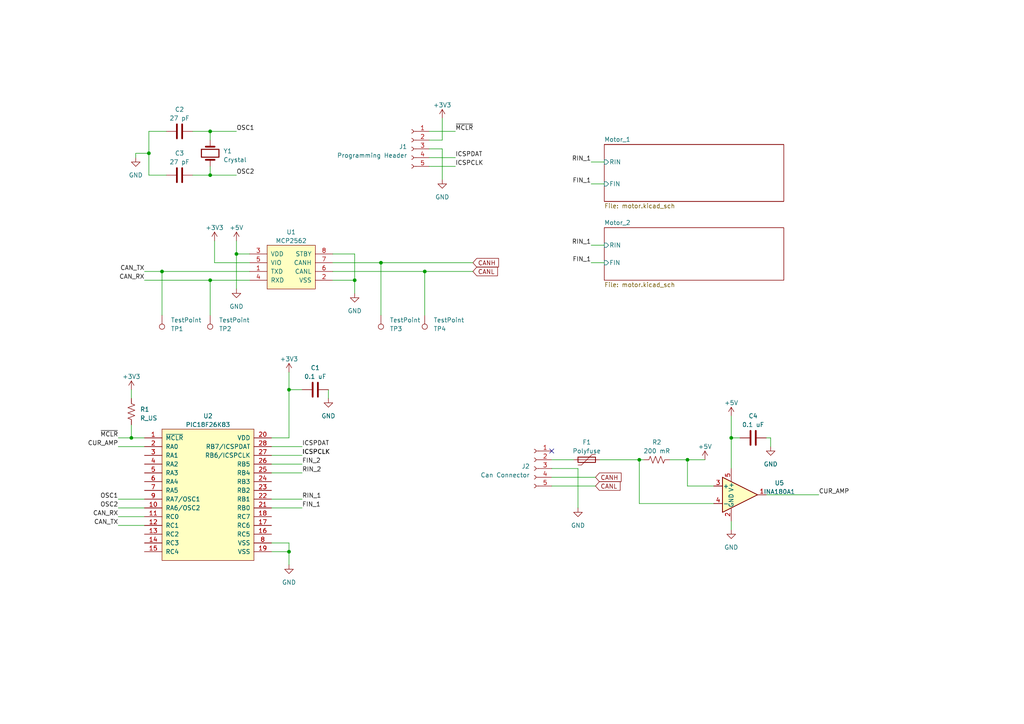
<source format=kicad_sch>
(kicad_sch (version 20230121) (generator eeschema)
  (paper "A4")
  (title_block (title "T.V.C.A. Controller") (date "2024-05-11") (rev "0.0.1") (company "Waterloo Rocketry"))
  (lib_symbols
    (symbol "Amplifier_Current:INA180A1" (pin_names (offset 0.127))
      (property "Reference" "U" (at 3.81 3.81 0))
      (property "Value" "INA180A1" (at 3.81 -2.54 0))
      (symbol "INA180A1_0_1"
        (polyline (pts (xy 5.08 0) (xy -5.08 5.08) (xy -5.08 -5.08) (xy 5.08 0)) (stroke (width 0.254)) (fill (type background)))
      )
      (symbol "INA180A1_1_1"
        (pin output line (at 7.62 0 180) (length 2.54) (name "~") (number "1"))
        (pin power_in line (at -2.54 -7.62 90) (length 3.81) (name "GND") (number "2"))
        (pin input line (at -7.62 2.54 0) (length 2.54) (name "+") (number "3"))
        (pin input line (at -7.62 -2.54 0) (length 2.54) (name "-") (number "4"))
        (pin power_in line (at -2.54 7.62 270) (length 3.81) (name "V+") (number "5"))
      )
    )
    (symbol "Connector:Conn_01x05_Socket" (pin_names (offset 1.016) hide)
      (property "Reference" "J" (at 0 7.62 0))
      (property "Value" "Conn_01x05_Socket" (at 0 -7.62 0))
      (symbol "Conn_01x05_Socket_1_1"
        (arc (start 0 -4.572) (mid -0.5058 -5.08) (end 0 -5.588) (stroke (width 0.1524)))
        (arc (start 0 -2.032) (mid -0.5058 -2.54) (end 0 -3.048) (stroke (width 0.1524)))
        (polyline (pts (xy -1.27 -5.08) (xy -0.508 -5.08)) (stroke (width 0.1524)))
        (polyline (pts (xy -1.27 -2.54) (xy -0.508 -2.54)) (stroke (width 0.1524)))
        (polyline (pts (xy -1.27 0) (xy -0.508 0)) (stroke (width 0.1524)))
        (polyline (pts (xy -1.27 2.54) (xy -0.508 2.54)) (stroke (width 0.1524)))
        (polyline (pts (xy -1.27 5.08) (xy -0.508 5.08)) (stroke (width 0.1524)))
        (arc (start 0 0.508) (mid -0.5058 0) (end 0 -0.508) (stroke (width 0.1524)))
        (arc (start 0 3.048) (mid -0.5058 2.54) (end 0 2.032) (stroke (width 0.1524)))
        (arc (start 0 5.588) (mid -0.5058 5.08) (end 0 4.572) (stroke (width 0.1524)))
        (pin passive line (at -5.08 5.08 0) (length 3.81) (name "Pin_1") (number "1"))
        (pin passive line (at -5.08 2.54 0) (length 3.81) (name "Pin_2") (number "2"))
        (pin passive line (at -5.08 0 0) (length 3.81) (name "Pin_3") (number "3"))
        (pin passive line (at -5.08 -2.54 0) (length 3.81) (name "Pin_4") (number "4"))
        (pin passive line (at -5.08 -5.08 0) (length 3.81) (name "Pin_5") (number "5"))
      )
    )
    (symbol "Connector:TestPoint" (pin_numbers hide) (pin_names (offset 0.762) hide)
      (property "Reference" "TP" (at 0 6.858 0))
      (property "Value" "TestPoint" (at 0 5.08 0))
      (symbol "TestPoint_0_1"
        (circle (center 0 3.302) (radius 0.762))
      )
      (symbol "TestPoint_1_1"
        (pin passive line (at 0 0 90) (length 2.54) (name "1") (number "1"))
      )
    )
    (symbol "Device:C" (pin_numbers hide) (pin_names (offset 0.254))
      (property "Reference" "C" (at 0.635 2.54 0))
      (property "Value" "C" (at 0.635 -2.54 0))
      (symbol "C_0_1"
        (polyline (pts (xy -2.032 -0.762) (xy 2.032 -0.762)) (stroke (width 0.508)))
        (polyline (pts (xy -2.032 0.762) (xy 2.032 0.762)) (stroke (width 0.508)))
      )
      (symbol "C_1_1"
        (pin passive line (at 0 3.81 270) (length 2.794) (name "~") (number "1"))
        (pin passive line (at 0 -3.81 90) (length 2.794) (name "~") (number "2"))
      )
    )
    (symbol "Device:Crystal" (pin_numbers hide) (pin_names (offset 1.016) hide)
      (property "Reference" "Y" (at 0 3.81 0))
      (property "Value" "Crystal" (at 0 -3.81 0))
      (symbol "Crystal_0_1"
        (rectangle (start -1.143 2.54) (end 1.143 -2.54) (stroke (width 0.3048)))
        (polyline (pts (xy -2.54 0) (xy -1.905 0)))
        (polyline (pts (xy -1.905 -1.27) (xy -1.905 1.27)) (stroke (width 0.508)))
        (polyline (pts (xy 1.905 -1.27) (xy 1.905 1.27)) (stroke (width 0.508)))
        (polyline (pts (xy 2.54 0) (xy 1.905 0)))
      )
      (symbol "Crystal_1_1"
        (pin passive line (at -3.81 0 0) (length 1.27) (name "1") (number "1"))
        (pin passive line (at 3.81 0 180) (length 1.27) (name "2") (number "2"))
      )
    )
    (symbol "Device:Polyfuse" (pin_numbers hide) (pin_names (offset 0))
      (property "Reference" "F" (at -2.54 0 90))
      (property "Value" "Polyfuse" (at 2.54 0 90))
      (symbol "Polyfuse_0_1"
        (rectangle (start -0.762 2.54) (end 0.762 -2.54) (stroke (width 0.254)))
        (polyline (pts (xy 0 2.54) (xy 0 -2.54)))
        (polyline (pts (xy -1.524 2.54) (xy -1.524 1.524) (xy 1.524 -1.524) (xy 1.524 -2.54)))
      )
      (symbol "Polyfuse_1_1"
        (pin passive line (at 0 3.81 270) (length 1.27) (name "~") (number "1"))
        (pin passive line (at 0 -3.81 90) (length 1.27) (name "~") (number "2"))
      )
    )
    (symbol "Device:R_US" (pin_numbers hide) (pin_names (offset 0))
      (property "Reference" "R" (at 2.54 0 90))
      (property "Value" "R_US" (at -2.54 0 90))
      (symbol "R_US_0_1"
        (polyline (pts (xy 0 -2.286) (xy 0 -2.54)))
        (polyline (pts (xy 0 2.286) (xy 0 2.54)))
        (polyline (pts (xy 0 -0.762) (xy 1.016 -1.143) (xy 0 -1.524) (xy -1.016 -1.905) (xy 0 -2.286)))
        (polyline (pts (xy 0 0.762) (xy 1.016 0.381) (xy 0 0) (xy -1.016 -0.381) (xy 0 -0.762)))
        (polyline (pts (xy 0 2.286) (xy 1.016 1.905) (xy 0 1.524) (xy -1.016 1.143) (xy 0 0.762)))
      )
      (symbol "R_US_1_1"
        (pin passive line (at 0 3.81 270) (length 1.27) (name "~") (number "1"))
        (pin passive line (at 0 -3.81 90) (length 1.27) (name "~") (number "2"))
      )
    )
    (symbol "canhw:MCP2562" (pin_names (offset 1.016))
      (property "Reference" "U" (at 5.08 3.81 0))
      (property "Value" "MCP2562" (at -3.81 3.81 0))
      (symbol "MCP2562_0_1"
        (rectangle (start -7.62 2.54) (end 6.35 -10.16) (fill (type background)))
      )
      (symbol "MCP2562_1_1"
        (pin bidirectional line (at -12.7 -5.08 0) (length 5.08) (name "TXD") (number "1"))
        (pin power_in line (at 11.43 -7.62 180) (length 5.08) (name "VSS") (number "2"))
        (pin power_in line (at -12.7 0 0) (length 5.08) (name "VDD") (number "3"))
        (pin bidirectional line (at -12.7 -7.62 0) (length 5.08) (name "RXD") (number "4"))
        (pin bidirectional line (at -12.7 -2.54 0) (length 5.08) (name "VIO") (number "5"))
        (pin bidirectional line (at 11.43 -5.08 180) (length 5.08) (name "CANL") (number "6"))
        (pin bidirectional line (at 11.43 -2.54 180) (length 5.08) (name "CANH") (number "7"))
        (pin bidirectional line (at 11.43 0 180) (length 5.08) (name "STBY") (number "8"))
      )
    )
    (symbol "canhw:PIC18F26K83" (pin_names (offset 1.016))
      (property "Reference" "U" (at 11.43 20.32 0))
      (property "Value" "PIC18F26K83" (at -7.62 20.32 0))
      (symbol "PIC18F26K83_0_1"
        (rectangle (start -13.97 19.05) (end 12.7 -19.05) (fill (type background)))
      )
      (symbol "PIC18F26K83_1_1"
        (pin input line (at -19.05 16.51 0) (length 5.08) (name "~{MCLR}") (number "1"))
        (pin bidirectional line (at -19.05 -3.81 0) (length 5.08) (name "RA6/OSC2") (number "10"))
        (pin bidirectional line (at -19.05 -6.35 0) (length 5.08) (name "RC0") (number "11"))
        (pin bidirectional line (at -19.05 -8.89 0) (length 5.08) (name "RC1") (number "12"))
        (pin bidirectional line (at -19.05 -11.43 0) (length 5.08) (name "RC2") (number "13"))
        (pin bidirectional line (at -19.05 -13.97 0) (length 5.08) (name "RC3") (number "14"))
        (pin bidirectional line (at -19.05 -16.51 0) (length 5.08) (name "RC4") (number "15"))
        (pin bidirectional line (at 17.78 -11.43 180) (length 5.08) (name "RC5") (number "16"))
        (pin bidirectional line (at 17.78 -8.89 180) (length 5.08) (name "RC6") (number "17"))
        (pin bidirectional line (at 17.78 -6.35 180) (length 5.08) (name "RC7") (number "18"))
        (pin power_in line (at 17.78 -16.51 180) (length 5.08) (name "VSS") (number "19"))
        (pin bidirectional line (at -19.05 13.97 0) (length 5.08) (name "RA0") (number "2"))
        (pin power_in line (at 17.78 16.51 180) (length 5.08) (name "VDD") (number "20"))
        (pin bidirectional line (at 17.78 -3.81 180) (length 5.08) (name "RB0") (number "21"))
        (pin bidirectional line (at 17.78 -1.27 180) (length 5.08) (name "RB1") (number "22"))
        (pin bidirectional line (at 17.78 1.27 180) (length 5.08) (name "RB2") (number "23"))
        (pin bidirectional line (at 17.78 3.81 180) (length 5.08) (name "RB3") (number "24"))
        (pin bidirectional line (at 17.78 6.35 180) (length 5.08) (name "RB4") (number "25"))
        (pin bidirectional line (at 17.78 8.89 180) (length 5.08) (name "RB5") (number "26"))
        (pin bidirectional line (at 17.78 11.43 180) (length 5.08) (name "RB6/ICSPCLK") (number "27"))
        (pin bidirectional line (at 17.78 13.97 180) (length 5.08) (name "RB7/ICSPDAT") (number "28"))
        (pin bidirectional line (at -19.05 11.43 0) (length 5.08) (name "RA1") (number "3"))
        (pin bidirectional line (at -19.05 8.89 0) (length 5.08) (name "RA2") (number "4"))
        (pin bidirectional line (at -19.05 6.35 0) (length 5.08) (name "RA3") (number "5"))
        (pin bidirectional line (at -19.05 3.81 0) (length 5.08) (name "RA4") (number "6"))
        (pin bidirectional line (at -19.05 1.27 0) (length 5.08) (name "RA5") (number "7"))
        (pin power_in line (at 17.78 -13.97 180) (length 5.08) (name "VSS") (number "8"))
        (pin bidirectional line (at -19.05 -1.27 0) (length 5.08) (name "RA7/OSC1") (number "9"))
      )
    )
    (symbol "power:+3V3" (power) (pin_names (offset 0))
      (property "Value" "+3V3" (at 0 3.556 0))
      (symbol "+3V3_0_1"
        (polyline (pts (xy -0.762 1.27) (xy 0 2.54)))
        (polyline (pts (xy 0 0) (xy 0 2.54)))
        (polyline (pts (xy 0 2.54) (xy 0.762 1.27)))
      )
      (symbol "+3V3_1_1"
        (pin power_in line (at 0 0 90) (length 0) hide (name "+3V3") (number "1"))
      )
    )
    (symbol "power:+5V" (power) (pin_names (offset 0))
      (property "Value" "+5V" (at 0 3.556 0))
      (symbol "+5V_0_1"
        (polyline (pts (xy -0.762 1.27) (xy 0 2.54)))
        (polyline (pts (xy 0 0) (xy 0 2.54)))
        (polyline (pts (xy 0 2.54) (xy 0.762 1.27)))
      )
      (symbol "+5V_1_1"
        (pin power_in line (at 0 0 90) (length 0) hide (name "+5V") (number "1"))
      )
    )
    (symbol "power:GND" (power) (pin_names (offset 0))
      (property "Value" "GND" (at 0 -3.81 0))
      (symbol "GND_0_1"
        (polyline (pts (xy 0 0) (xy 0 -1.27) (xy 1.27 -1.27) (xy 0 -2.54) (xy -1.27 -1.27) (xy 0 -1.27)))
      )
      (symbol "GND_1_1"
        (pin power_in line (at 0 0 270) (length 0) hide (name "GND") (number "1"))
      )
    )
  )
  (junction (at 123.19 78.74))
  (junction (at 185.42 133.35))
  (junction (at 60.96 81.28))
  (junction (at 68.58 73.66))
  (junction (at 212.09 127))
  (junction (at 38.1 127))
  (junction (at 46.99 78.74))
  (junction (at 199.39 133.35))
  (junction (at 110.49 76.2))
  (junction (at 83.82 160.02))
  (junction (at 60.96 38.1))
  (junction (at 60.96 50.8))
  (junction (at 102.87 81.28))
  (junction (at 43.18 44.45))
  (junction (at 83.82 113.03))
  (no_connect (at 160.02 130.81))
  (wire (pts (xy 124.46 38.1) (xy 132.08 38.1)))
  (wire (pts (xy 124.46 48.26) (xy 132.08 48.26)))
  (wire (pts (xy 96.52 81.28) (xy 102.87 81.28)))
  (wire (pts (xy 38.1 127) (xy 41.91 127)))
  (wire (pts (xy 212.09 127) (xy 214.63 127)))
  (wire (pts (xy 171.45 53.34) (xy 175.26 53.34)))
  (wire (pts (xy 123.19 78.74) (xy 123.19 91.44)))
  (wire (pts (xy 185.42 146.05) (xy 185.42 133.35)))
  (wire (pts (xy 60.96 50.8) (xy 68.58 50.8)))
  (wire (pts (xy 72.39 76.2) (xy 62.23 76.2)))
  (wire (pts (xy 43.18 50.8) (xy 48.26 50.8)))
  (wire (pts (xy 110.49 76.2) (xy 137.16 76.2)))
  (wire (pts (xy 78.74 137.16) (xy 87.63 137.16)))
  (wire (pts (xy 83.82 113.03) (xy 87.63 113.03)))
  (wire (pts (xy 212.09 120.65) (xy 212.09 127)))
  (wire (pts (xy 171.45 76.2) (xy 175.26 76.2)))
  (wire (pts (xy 160.02 135.89) (xy 167.64 135.89)))
  (wire (pts (xy 124.46 45.72) (xy 132.08 45.72)))
  (wire (pts (xy 95.25 113.03) (xy 95.25 115.57)))
  (wire (pts (xy 167.64 135.89) (xy 167.64 147.32)))
  (wire (pts (xy 199.39 140.97) (xy 207.01 140.97)))
  (wire (pts (xy 43.18 44.45) (xy 43.18 50.8)))
  (wire (pts (xy 102.87 81.28) (xy 102.87 85.09)))
  (wire (pts (xy 123.19 78.74) (xy 137.16 78.74)))
  (wire (pts (xy 160.02 133.35) (xy 166.37 133.35)))
  (wire (pts (xy 48.26 38.1) (xy 43.18 38.1)))
  (wire (pts (xy 78.74 134.62) (xy 87.63 134.62)))
  (wire (pts (xy 194.31 133.35) (xy 199.39 133.35)))
  (wire (pts (xy 160.02 140.97) (xy 172.72 140.97)))
  (wire (pts (xy 60.96 81.28) (xy 72.39 81.28)))
  (wire (pts (xy 60.96 91.44) (xy 60.96 81.28)))
  (wire (pts (xy 102.87 73.66) (xy 102.87 81.28)))
  (wire (pts (xy 171.45 46.99) (xy 175.26 46.99)))
  (wire (pts (xy 34.29 144.78) (xy 41.91 144.78)))
  (wire (pts (xy 124.46 40.64) (xy 128.27 40.64)))
  (wire (pts (xy 83.82 127) (xy 78.74 127)))
  (wire (pts (xy 78.74 147.32) (xy 87.63 147.32)))
  (wire (pts (xy 68.58 69.85) (xy 68.58 73.66)))
  (wire (pts (xy 60.96 38.1) (xy 60.96 40.64)))
  (wire (pts (xy 34.29 149.86) (xy 41.91 149.86)))
  (wire (pts (xy 110.49 76.2) (xy 110.49 91.44)))
  (wire (pts (xy 34.29 152.4) (xy 41.91 152.4)))
  (wire (pts (xy 96.52 78.74) (xy 123.19 78.74)))
  (wire (pts (xy 60.96 38.1) (xy 68.58 38.1)))
  (wire (pts (xy 128.27 43.18) (xy 128.27 52.07)))
  (wire (pts (xy 171.45 71.12) (xy 175.26 71.12)))
  (wire (pts (xy 68.58 73.66) (xy 68.58 83.82)))
  (wire (pts (xy 96.52 76.2) (xy 110.49 76.2)))
  (wire (pts (xy 128.27 34.29) (xy 128.27 40.64)))
  (wire (pts (xy 72.39 73.66) (xy 68.58 73.66)))
  (wire (pts (xy 83.82 113.03) (xy 83.82 127)))
  (wire (pts (xy 34.29 127) (xy 38.1 127)))
  (wire (pts (xy 223.52 127) (xy 223.52 129.54)))
  (wire (pts (xy 212.09 151.13) (xy 212.09 153.67)))
  (wire (pts (xy 83.82 107.95) (xy 83.82 113.03)))
  (wire (pts (xy 212.09 127) (xy 212.09 135.89)))
  (wire (pts (xy 199.39 133.35) (xy 199.39 140.97)))
  (wire (pts (xy 222.25 127) (xy 223.52 127)))
  (wire (pts (xy 83.82 157.48) (xy 83.82 160.02)))
  (wire (pts (xy 96.52 73.66) (xy 102.87 73.66)))
  (wire (pts (xy 41.91 81.28) (xy 60.96 81.28)))
  (wire (pts (xy 60.96 48.26) (xy 60.96 50.8)))
  (wire (pts (xy 199.39 133.35) (xy 204.47 133.35)))
  (wire (pts (xy 55.88 50.8) (xy 60.96 50.8)))
  (wire (pts (xy 34.29 129.54) (xy 41.91 129.54)))
  (wire (pts (xy 83.82 160.02) (xy 83.82 163.83)))
  (wire (pts (xy 78.74 129.54) (xy 87.63 129.54)))
  (wire (pts (xy 46.99 78.74) (xy 72.39 78.74)))
  (wire (pts (xy 38.1 123.19) (xy 38.1 127)))
  (wire (pts (xy 41.91 78.74) (xy 46.99 78.74)))
  (wire (pts (xy 185.42 133.35) (xy 186.69 133.35)))
  (wire (pts (xy 124.46 43.18) (xy 128.27 43.18)))
  (wire (pts (xy 78.74 160.02) (xy 83.82 160.02)))
  (wire (pts (xy 55.88 38.1) (xy 60.96 38.1)))
  (wire (pts (xy 173.99 133.35) (xy 185.42 133.35)))
  (wire (pts (xy 43.18 38.1) (xy 43.18 44.45)))
  (wire (pts (xy 46.99 91.44) (xy 46.99 78.74)))
  (wire (pts (xy 78.74 132.08) (xy 87.63 132.08)))
  (wire (pts (xy 160.02 138.43) (xy 172.72 138.43)))
  (wire (pts (xy 34.29 147.32) (xy 41.91 147.32)))
  (wire (pts (xy 207.01 146.05) (xy 185.42 146.05)))
  (wire (pts (xy 38.1 113.03) (xy 38.1 115.57)))
  (wire (pts (xy 39.37 44.45) (xy 39.37 45.72)))
  (wire (pts (xy 78.74 144.78) (xy 87.63 144.78)))
  (wire (pts (xy 43.18 44.45) (xy 39.37 44.45)))
  (wire (pts (xy 222.25 143.51) (xy 237.49 143.51)))
  (wire (pts (xy 78.74 157.48) (xy 83.82 157.48)))
  (wire (pts (xy 62.23 69.85) (xy 62.23 76.2)))
  (label "FIN_2" (at 87.63 134.62 0))
  (label "ICSPDAT" (at 132.08 45.72 0))
  (label "ICSPCLK" (at 87.63 132.08 0))
  (label "ICSPCLK" (at 87.63 132.08 0))
  (label "CUR_AMP" (at 34.29 129.54 180))
  (label "RIN_2" (at 87.63 137.16 0))
  (label "CAN_TX" (at 41.91 78.74 180))
  (label "OSC2" (at 34.29 147.32 180))
  (label "CAN_TX" (at 34.29 152.4 180))
  (label "RIN_1" (at 87.63 144.78 0))
  (label "FIN_1" (at 171.45 53.34 180))
  (label "RIN_1" (at 171.45 46.99 180))
  (label "FIN_1" (at 87.63 147.32 0))
  (label "OSC1" (at 34.29 144.78 180))
  (label "RIN_1" (at 171.45 71.12 180))
  (label "~{MCLR}" (at 132.08 38.1 0))
  (label "CUR_AMP" (at 237.49 143.51 0))
  (label "FIN_1" (at 171.45 76.2 180))
  (label "ICSPCLK" (at 132.08 48.26 0))
  (label "~{MCLR}" (at 34.29 127 180))
  (label "CAN_RX" (at 41.91 81.28 180))
  (label "ICSPDAT" (at 87.63 129.54 0))
  (label "OSC2" (at 68.58 50.8 0))
  (label "OSC1" (at 68.58 38.1 0))
  (label "CAN_RX" (at 34.29 149.86 180))
  (global_label "CANH" (shape input) (at 137.16 76.2 0) (property "Intersheetrefs" "${INTERSHEET_REFS}" (effects hide)))
  (global_label "CANL" (shape input) (at 172.72 140.97 0) (property "Intersheetrefs" "${INTERSHEET_REFS}" (effects hide)))
  (global_label "CANL" (shape input) (at 137.16 78.74 0) (property "Intersheetrefs" "${INTERSHEET_REFS}" (effects hide)))
  (global_label "CANH" (shape input) (at 172.72 138.43 0) (property "Intersheetrefs" "${INTERSHEET_REFS}" (effects hide)))
  (symbol (lib_id "Connector:TestPoint") (at 110.49 91.44 0) (mirror x) (unit 1)
    (property "Reference" "TP3" (at 113.03 95.377 0) (effects (justify left)))
    (property "Value" "TestPoint" (at 113.03 92.837 0) (effects (justify left)))
  )
  (symbol (lib_id "Device:C") (at 218.44 127 90) (unit 1)
    (property "Reference" "C4" (at 218.44 120.65 90))
    (property "Value" "0.1 uF" (at 218.44 123.19 90))
  )
  (symbol (lib_id "Device:Polyfuse") (at 170.18 133.35 90) (unit 1)
    (property "Reference" "F1" (at 170.18 128.27 90))
    (property "Value" "Polyfuse" (at 170.18 130.81 90))
  )
  (symbol (lib_id "Connector:Conn_01x05_Socket") (at 119.38 43.18 0) (mirror y) (unit 1)
    (property "Reference" "J1" (at 118.11 42.545 0) (effects (justify left)))
    (property "Value" "Programming Header" (at 118.11 45.085 0) (effects (justify left)))
  )
  (symbol (lib_id "Device:C") (at 91.44 113.03 90) (unit 1)
    (property "Reference" "C1" (at 91.44 106.68 90))
    (property "Value" "0.1 uF" (at 91.44 109.22 90))
  )
  (symbol (lib_id "canhw:MCP2562") (at 85.09 73.66 0) (unit 1)
    (property "Reference" "U1" (at 84.455 67.31 0))
    (property "Value" "MCP2562" (at 84.455 69.85 0))
  )
  (symbol (lib_id "Device:Crystal") (at 60.96 44.45 270) (unit 1)
    (property "Reference" "Y1" (at 64.77 43.815 90) (effects (justify left)))
    (property "Value" "Crystal" (at 64.77 46.355 90) (effects (justify left)))
  )
  (symbol (lib_id "power:+3V3") (at 83.82 107.95 0) (unit 1)
    (property "Reference" "#PWR03" (effects hide))
    (property "Value" "+3V3" (at 83.82 104.14 0))
  )
  (symbol (lib_id "power:GND") (at 102.87 85.09 0) (unit 1)
    (property "Reference" "#PWR07" (effects hide))
    (property "Value" "GND" (at 102.87 90.17 0))
  )
  (symbol (lib_id "power:+3V3") (at 128.27 34.29 0) (unit 1)
    (property "Reference" "#PWR01" (effects hide))
    (property "Value" "+3V3" (at 128.27 30.48 0))
  )
  (symbol (lib_id "power:GND") (at 68.58 83.82 0) (unit 1)
    (property "Reference" "#PWR010" (effects hide))
    (property "Value" "GND" (at 68.58 88.9 0))
  )
  (symbol (lib_id "power:+5V") (at 212.09 120.65 0) (unit 1)
    (property "Reference" "#PWR020" (effects hide))
    (property "Value" "+5V" (at 212.09 116.84 0))
  )
  (symbol (lib_id "power:GND") (at 223.52 129.54 0) (unit 1)
    (property "Reference" "#PWR021" (effects hide))
    (property "Value" "GND" (at 223.52 134.62 0))
  )
  (symbol (lib_id "Device:C") (at 52.07 38.1 270) (unit 1)
    (property "Reference" "C2" (at 52.07 31.75 90))
    (property "Value" "27 pF" (at 52.07 34.29 90))
  )
  (symbol (lib_id "Device:R_US") (at 38.1 119.38 0) (unit 1)
    (property "Reference" "R1" (at 40.64 118.745 0) (effects (justify left)))
    (property "Value" "R_US" (at 40.64 121.285 0) (effects (justify left)))
  )
  (symbol (lib_id "power:GND") (at 212.09 153.67 0) (unit 1)
    (property "Reference" "#PWR019" (effects hide))
    (property "Value" "GND" (at 212.09 158.75 0))
  )
  (symbol (lib_id "Connector:TestPoint") (at 46.99 91.44 0) (mirror x) (unit 1)
    (property "Reference" "TP1" (at 49.53 95.377 0) (effects (justify left)))
    (property "Value" "TestPoint" (at 49.53 92.837 0) (effects (justify left)))
  )
  (symbol (lib_id "power:+3V3") (at 38.1 113.03 0) (unit 1)
    (property "Reference" "#PWR05" (effects hide))
    (property "Value" "+3V3" (at 38.1 109.22 0))
  )
  (symbol (lib_id "power:GND") (at 39.37 45.72 0) (unit 1)
    (property "Reference" "#PWR011" (effects hide))
    (property "Value" "GND" (at 39.37 50.8 0))
  )
  (symbol (lib_id "power:+5V") (at 204.47 133.35 0) (unit 1)
    (property "Reference" "#PWR018" (effects hide))
    (property "Value" "+5V" (at 204.47 129.54 0))
  )
  (symbol (lib_id "Connector:Conn_01x05_Socket") (at 154.94 135.89 0) (mirror y) (unit 1)
    (property "Reference" "J2" (at 153.67 135.255 0) (effects (justify left)))
    (property "Value" "Can Connector" (at 153.67 137.795 0) (effects (justify left)))
  )
  (symbol (lib_id "power:+3V3") (at 62.23 69.85 0) (unit 1)
    (property "Reference" "#PWR08" (effects hide))
    (property "Value" "+3V3" (at 62.23 66.04 0))
  )
  (symbol (lib_id "Amplifier_Current:INA180A1") (at 214.63 143.51 0) (unit 1)
    (property "Reference" "U5" (at 226.06 140.0811 0))
    (property "Value" "INA180A1" (at 226.06 142.6211 0))
    (property "Footprint" "Package_TO_SOT_SMD:SOT-23-5" (effects hide))
    (property "Datasheet" "http://www.ti.com/lit/ds/symlink/ina180.pdf" (effects hide))
  )
  (symbol (lib_id "Connector:TestPoint") (at 123.19 91.44 0) (mirror x) (unit 1)
    (property "Reference" "TP4" (at 125.73 95.377 0) (effects (justify left)))
    (property "Value" "TestPoint" (at 125.73 92.837 0) (effects (justify left)))
  )
  (symbol (lib_id "Connector:TestPoint") (at 60.96 91.44 0) (mirror x) (unit 1)
    (property "Reference" "TP2" (at 63.5 95.377 0) (effects (justify left)))
    (property "Value" "TestPoint" (at 63.5 92.837 0) (effects (justify left)))
  )
  (symbol (lib_id "Device:C") (at 52.07 50.8 270) (unit 1)
    (property "Reference" "C3" (at 52.07 44.45 90))
    (property "Value" "27 pF" (at 52.07 46.99 90))
  )
  (symbol (lib_id "power:+5V") (at 68.58 69.85 0) (unit 1)
    (property "Reference" "#PWR09" (effects hide))
    (property "Value" "+5V" (at 68.58 66.04 0))
  )
  (symbol (lib_id "Device:R_US") (at 190.5 133.35 270) (unit 1)
    (property "Reference" "R2" (at 190.5 128.27 90))
    (property "Value" "200 mR" (at 190.5 130.81 90))
  )
  (symbol (lib_id "power:GND") (at 83.82 163.83 0) (unit 1)
    (property "Reference" "#PWR06" (effects hide))
    (property "Value" "GND" (at 83.82 168.91 0))
  )
  (symbol (lib_id "power:GND") (at 95.25 115.57 0) (unit 1)
    (property "Reference" "#PWR04" (effects hide))
    (property "Value" "GND" (at 95.25 120.65 0))
  )
  (symbol (lib_id "power:GND") (at 128.27 52.07 0) (unit 1)
    (property "Reference" "#PWR02" (effects hide))
    (property "Value" "GND" (at 128.27 57.15 0))
  )
  (symbol (lib_id "power:GND") (at 167.64 147.32 0) (unit 1)
    (property "Reference" "#PWR017" (effects hide))
    (property "Value" "GND" (at 167.64 152.4 0))
  )
  (symbol (lib_id "canhw:PIC18F26K83") (at 60.96 143.51 0) (unit 1)
    (property "Reference" "U2" (at 60.325 120.65 0))
    (property "Value" "PIC18F26K83" (at 60.325 123.19 0))
  )
  (sheet (at 175.26 66.04) (size 52.07 15.24) (stroke (width 0.1524))
    (property "Sheetname" "Motor_2" (at 175.26 65.3284 0) (effects (justify left bottom)))
    (property "Sheetfile" "motor.kicad_sch" (at 175.26 81.8646 0) (effects (justify left top)))
    (pin "RIN" input (at 175.26 71.12 180))
    (pin "FIN" input (at 175.26 76.2 180))
  )
  (sheet (at 175.26 41.91) (size 52.07 16.51) (stroke (width 0.1524))
    (property "Sheetname" "Motor_1" (at 175.26 41.1984 0) (effects (justify left bottom)))
    (property "Sheetfile" "motor.kicad_sch" (at 175.26 59.0046 0) (effects (justify left top)))
    (pin "RIN" input (at 175.26 46.99 180))
    (pin "FIN" input (at 175.26 53.34 180))
  )
)
</source>
